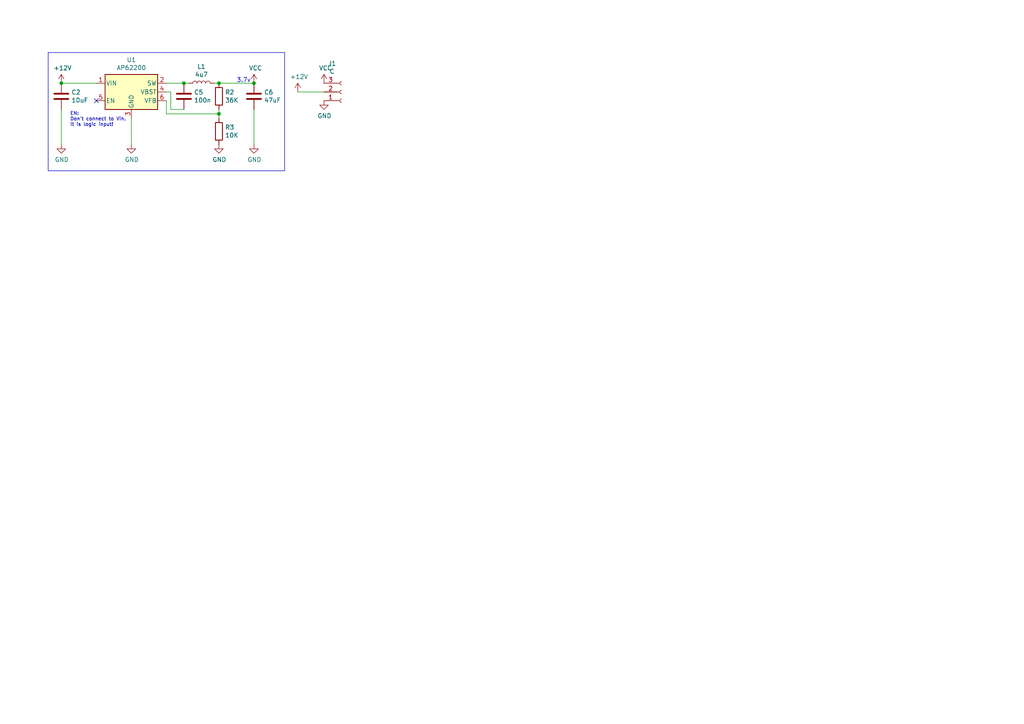
<source format=kicad_sch>
(kicad_sch (version 20230121) (generator eeschema)
  (paper "A4")
  (lib_symbols
    (symbol "Device:C" (pin_numbers hide) (pin_names (offset 0.254))
      (property "Reference" "C" (at 0.635 2.54 0))
      (property "Value" "C" (at 0.635 -2.54 0))
      (symbol "C_0_1"
        (polyline (pts (xy -2.032 -0.762) (xy 2.032 -0.762)) (stroke (width 0.508)))
        (polyline (pts (xy -2.032 0.762) (xy 2.032 0.762)) (stroke (width 0.508)))
      )
      (symbol "C_1_1"
        (pin passive line (at 0 3.81 270) (length 2.794) (name "~") (number "1"))
        (pin passive line (at 0 -3.81 90) (length 2.794) (name "~") (number "2"))
      )
    )
    (symbol "Device:L" (pin_numbers hide) (pin_names (offset 1.016) hide)
      (property "Reference" "L" (at -1.27 0 90))
      (property "Value" "L" (at 1.905 0 90))
      (symbol "L_0_1"
        (arc (start 0 -2.54) (mid 0.6323 -1.905) (end 0 -1.27))
        (arc (start 0 -1.27) (mid 0.6323 -0.635) (end 0 0))
        (arc (start 0 0) (mid 0.6323 0.635) (end 0 1.27))
        (arc (start 0 1.27) (mid 0.6323 1.905) (end 0 2.54))
      )
      (symbol "L_1_1"
        (pin passive line (at 0 3.81 270) (length 1.27) (name "1") (number "1"))
        (pin passive line (at 0 -3.81 90) (length 1.27) (name "2") (number "2"))
      )
    )
    (symbol "Device:R" (pin_numbers hide) (pin_names (offset 0))
      (property "Reference" "R" (at 2.032 0 90))
      (property "Value" "R" (at 0 0 90))
      (symbol "R_0_1"
        (rectangle (start -1.016 -2.54) (end 1.016 2.54) (stroke (width 0.254)))
      )
      (symbol "R_1_1"
        (pin passive line (at 0 3.81 270) (length 1.27) (name "~") (number "1"))
        (pin passive line (at 0 -3.81 90) (length 1.27) (name "~") (number "2"))
      )
    )
    (symbol "power:+12V" (power) (pin_names (offset 0))
      (property "Value" "+12V" (at 0 3.556 0))
      (symbol "+12V_0_1"
        (polyline (pts (xy -0.762 1.27) (xy 0 2.54)))
        (polyline (pts (xy 0 0) (xy 0 2.54)))
        (polyline (pts (xy 0 2.54) (xy 0.762 1.27)))
      )
      (symbol "+12V_1_1"
        (pin power_in line (at 0 0 90) (length 0) hide (name "+12V") (number "1"))
      )
    )
    (symbol "power:GND" (power) (pin_names (offset 0))
      (property "Value" "GND" (at 0 -3.81 0))
      (symbol "GND_0_1"
        (polyline (pts (xy 0 0) (xy 0 -1.27) (xy 1.27 -1.27) (xy 0 -2.54) (xy -1.27 -1.27) (xy 0 -1.27)))
      )
      (symbol "GND_1_1"
        (pin power_in line (at 0 0 270) (length 0) hide (name "GND") (number "1"))
      )
    )
    (symbol "power:VCC" (power) (pin_names (offset 0))
      (property "Value" "VCC" (at 0 3.81 0))
      (symbol "VCC_0_1"
        (polyline (pts (xy -0.762 1.27) (xy 0 2.54)))
        (polyline (pts (xy 0 0) (xy 0 2.54)))
        (polyline (pts (xy 0 2.54) (xy 0.762 1.27)))
      )
      (symbol "VCC_1_1"
        (pin power_in line (at 0 0 90) (length 0) hide (name "VCC") (number "1"))
      )
    )
    (symbol "uMicroDC-rescue:Conn_01x03_Female-Connector" (pin_names (offset 1.016) hide)
      (property "Reference" "J" (at 0 5.08 0))
      (property "Value" "Connector_Conn_01x03_Female" (at 0 -5.08 0))
      (symbol "Conn_01x03_Female-Connector_1_1"
        (arc (start 0 -2.032) (mid -0.5058 -2.54) (end 0 -3.048) (stroke (width 0.1524)))
        (polyline (pts (xy -1.27 -2.54) (xy -0.508 -2.54)) (stroke (width 0.1524)))
        (polyline (pts (xy -1.27 0) (xy -0.508 0)) (stroke (width 0.1524)))
        (polyline (pts (xy -1.27 2.54) (xy -0.508 2.54)) (stroke (width 0.1524)))
        (arc (start 0 0.508) (mid -0.5058 0) (end 0 -0.508) (stroke (width 0.1524)))
        (arc (start 0 3.048) (mid -0.5058 2.54) (end 0 2.032) (stroke (width 0.1524)))
        (pin passive line (at -5.08 2.54 0) (length 3.81) (name "Pin_1") (number "1"))
        (pin passive line (at -5.08 0 0) (length 3.81) (name "Pin_2") (number "2"))
        (pin passive line (at -5.08 -2.54 0) (length 3.81) (name "Pin_3") (number "3"))
      )
    )
    (symbol "uMicroDC-rescue:TPS562231-KiCadCustomLibraries" (pin_names (offset 0.254))
      (property "Reference" "U" (at -7.62 6.35 0))
      (property "Value" "KiCadCustomLibraries_TPS562231" (at -2.54 6.35 0))
      (symbol "TPS562231-KiCadCustomLibraries_0_1"
        (rectangle (start -7.62 5.08) (end 7.62 -5.08) (stroke (width 0.254)) (fill (type background)))
      )
      (symbol "TPS562231-KiCadCustomLibraries_1_1"
        (pin power_in line (at -10.16 2.54 0) (length 2.54) (name "VIN") (number "1"))
        (pin output line (at 10.16 2.54 180) (length 2.54) (name "SW") (number "2"))
        (pin power_in line (at 0 -7.62 90) (length 2.54) (name "GND") (number "3"))
        (pin input line (at 10.16 0 180) (length 2.54) (name "VBST") (number "4"))
        (pin input line (at -10.16 -2.54 0) (length 2.54) (name "EN") (number "5"))
        (pin input line (at 10.16 -2.54 180) (length 2.54) (name "VFB") (number "6"))
      )
    )
  )
  (junction (at 73.66 24.13))
  (junction (at 63.5 33.02))
  (junction (at 17.78 24.13))
  (junction (at 53.34 24.13))
  (junction (at 63.5 24.13))
  (no_connect (at 27.94 29.21))
  (polyline (pts (xy 13.97 15.24) (xy 13.97 49.53)))
  (wire (pts (xy 86.36 26.67) (xy 93.98 26.67)))
  (polyline (pts (xy 13.97 49.53) (xy 82.55 49.53)))
  (wire (pts (xy 48.26 24.13) (xy 53.34 24.13)))
  (wire (pts (xy 62.23 24.13) (xy 63.5 24.13)))
  (wire (pts (xy 17.78 31.75) (xy 17.78 41.91)))
  (wire (pts (xy 53.34 24.13) (xy 54.61 24.13)))
  (wire (pts (xy 63.5 33.02) (xy 63.5 34.29)))
  (polyline (pts (xy 82.55 15.24) (xy 82.55 49.53)))
  (polyline (pts (xy 13.97 15.24) (xy 82.55 15.24)))
  (wire (pts (xy 48.26 33.02) (xy 48.26 29.21)))
  (wire (pts (xy 63.5 31.75) (xy 63.5 33.02)))
  (wire (pts (xy 73.66 41.91) (xy 73.66 31.75)))
  (wire (pts (xy 63.5 33.02) (xy 48.26 33.02)))
  (wire (pts (xy 63.5 24.13) (xy 73.66 24.13)))
  (wire (pts (xy 38.1 34.29) (xy 38.1 41.91)))
  (wire (pts (xy 49.53 26.67) (xy 49.53 31.75)))
  (wire (pts (xy 49.53 31.75) (xy 53.34 31.75)))
  (wire (pts (xy 17.78 24.13) (xy 27.94 24.13)))
  (wire (pts (xy 48.26 26.67) (xy 49.53 26.67)))
  (text "3.7v" (at 68.58 24.13 0) (effects (font (size 1.27 1.27)) (justify left bottom)))
  (text "EN: \nDon't connect to Vin.\nIt is logic input!" (at 20.32 36.83 0) (effects (font (size 0.9906 0.9906)) (justify left bottom)))
  (symbol (lib_id "uMicroDC-rescue:TPS562231-KiCadCustomLibraries") (at 38.1 26.67 0) (unit 1)
    (property "Reference" "U1" (at 38.1 17.3482 0))
    (property "Value" "AP62200" (at 38.1 19.6596 0))
    (property "Footprint" "KiCadCustomLibs:SOT-563" (effects hide))
    (property "Datasheet" "http://www.ti.com/lit/ds/symlink/tps563200.pdf" (effects hide))
  )
  (symbol (lib_id "Device:C") (at 17.78 27.94 0) (unit 1)
    (property "Reference" "C2" (at 20.701 26.7716 0) (effects (justify left)))
    (property "Value" "10uF" (at 20.701 29.083 0) (effects (justify left)))
    (property "Footprint" "Capacitors_SMD:C_0805" (effects hide))
  )
  (symbol (lib_id "Device:C") (at 73.66 27.94 0) (unit 1)
    (property "Reference" "C6" (at 76.581 26.7716 0) (effects (justify left)))
    (property "Value" "47uF" (at 76.581 29.083 0) (effects (justify left)))
    (property "Footprint" "Capacitors_SMD:C_0805" (effects hide))
  )
  (symbol (lib_id "Device:C") (at 53.34 27.94 0) (unit 1)
    (property "Reference" "C5" (at 56.261 26.7716 0) (effects (justify left)))
    (property "Value" "100n" (at 56.261 29.083 0) (effects (justify left)))
    (property "Footprint" "Capacitors_SMD:C_0603" (effects hide))
  )
  (symbol (lib_id "Device:R") (at 63.5 27.94 180) (unit 1)
    (property "Reference" "R2" (at 65.278 26.7716 0) (effects (justify right)))
    (property "Value" "36K" (at 65.278 29.083 0) (effects (justify right)))
    (property "Footprint" "Resistors_SMD:R_0603" (effects hide))
  )
  (symbol (lib_id "Device:R") (at 63.5 38.1 180) (unit 1)
    (property "Reference" "R3" (at 65.278 36.9316 0) (effects (justify right)))
    (property "Value" "10K" (at 65.278 39.243 0) (effects (justify right)))
    (property "Footprint" "Resistors_SMD:R_0603" (effects hide))
  )
  (symbol (lib_id "power:GND") (at 63.5 41.91 0) (unit 1)
    (property "Reference" "#PWR016" (effects hide))
    (property "Value" "GND" (at 63.627 46.3042 0))
  )
  (symbol (lib_id "power:GND") (at 73.66 41.91 0) (unit 1)
    (property "Reference" "#PWR019" (effects hide))
    (property "Value" "GND" (at 73.787 46.3042 0))
  )
  (symbol (lib_id "power:GND") (at 38.1 41.91 0) (unit 1)
    (property "Reference" "#PWR011" (effects hide))
    (property "Value" "GND" (at 38.227 46.3042 0))
  )
  (symbol (lib_id "Device:L") (at 58.42 24.13 90) (unit 1)
    (property "Reference" "L1" (at 58.42 19.304 90))
    (property "Value" "4u7" (at 58.42 21.6154 90))
    (property "Footprint" "KiCadCustomLibs:XFL2006-inductor" (effects hide))
  )
  (symbol (lib_id "power:GND") (at 17.78 41.91 0) (unit 1)
    (property "Reference" "#PWR02" (effects hide))
    (property "Value" "GND" (at 17.907 46.3042 0))
  )
  (symbol (lib_id "power:VCC") (at 73.66 24.13 0) (unit 1)
    (property "Reference" "#PWR018" (effects hide))
    (property "Value" "VCC" (at 74.0918 19.7358 0))
  )
  (symbol (lib_id "power:+12V") (at 17.78 24.13 0) (unit 1)
    (property "Reference" "#PWR01" (effects hide))
    (property "Value" "+12V" (at 18.161 19.7358 0))
  )
  (symbol (lib_id "uMicroDC-rescue:Conn_01x03_Female-Connector") (at 99.06 26.67 0) (mirror x) (unit 1)
    (property "Reference" "J1" (at 96.3168 18.415 0))
    (property "Value" "C" (at 96.3168 20.7264 0))
    (property "Footprint" "Pin_Headers:Pin_Header_Angled_1x03_Pitch2.54mm" (effects hide))
  )
  (symbol (lib_id "power:GND") (at 93.98 29.21 0) (unit 1)
    (property "Reference" "#PWR0101" (effects hide))
    (property "Value" "GND" (at 94.107 33.6042 0))
  )
  (symbol (lib_id "power:VCC") (at 93.98 24.13 0) (unit 1)
    (property "Reference" "#PWR0102" (effects hide))
    (property "Value" "VCC" (at 94.4118 19.7358 0))
  )
  (symbol (lib_id "power:+12V") (at 86.36 26.67 0) (unit 1)
    (property "Reference" "#PWR0103" (effects hide))
    (property "Value" "+12V" (at 86.741 22.2758 0))
  )
)
</source>
